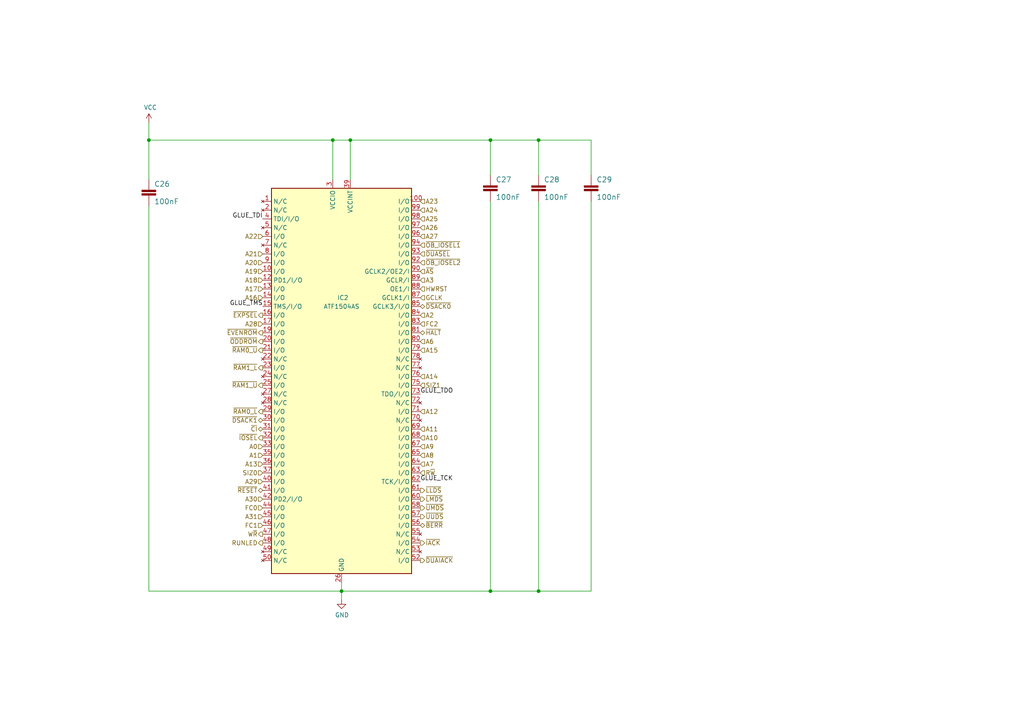
<source format=kicad_sch>
(kicad_sch (version 20230121) (generator eeschema)
  (paper "A4")
  (title_block (title "ROSCO_M68K MC68030 MINI EDITION") (date "2024-02-04") (rev "0") (company "The Really Old-School Company Limited") (comment 2 "See https://github.com/roscopeco/rosco_m68k/blob/master/LICENCE.hardware.txt") (comment 3 "Open Source Hardware licenced under CERN Open Hardware Licence") (comment 4 "Copyright 2024 Ross Bamford and Contributors"))
  (lib_symbols
    (symbol "CPLD_Microchip:ATF1504AS-TQFP100"
      (property "Reference" "U" (at 0 0 0))
      (symbol "ATF1504AS-TQFP100_0_1"
        (rectangle (start -20.32 55.88) (end 20.32 -55.88) (stroke (width 0.254)) (fill (type background)))
      )
      (symbol "ATF1504AS-TQFP100_1_1"
        (pin no_connect line (at -22.86 52.07 0) (length 2.54) (name "N/C") (number "1"))
        (pin bidirectional line (at -22.86 31.75 0) (length 2.54) (name "I/O") (number "10"))
        (pin bidirectional line (at 22.86 52.07 180) (length 2.54) (name "I/O") (number "100"))
        (pin passive line (at 0 -58.42 90) (length 2.54) hide (name "GND") (number "11"))
        (pin bidirectional line (at -22.86 29.21 0) (length 2.54) (name "PD1/I/O") (number "12"))
        (pin bidirectional line (at -22.86 26.67 0) (length 2.54) (name "I/O") (number "13"))
        (pin bidirectional line (at -22.86 24.13 0) (length 2.54) (name "I/O") (number "14"))
        (pin bidirectional line (at -22.86 21.59 0) (length 2.54) (name "TMS/I/O") (number "15"))
        (pin bidirectional line (at -22.86 19.05 0) (length 2.54) (name "I/O") (number "16"))
        (pin bidirectional line (at -22.86 16.51 0) (length 2.54) (name "I/O") (number "17"))
        (pin passive line (at -2.54 58.42 270) (length 2.54) hide (name "VCCIO") (number "18"))
        (pin bidirectional line (at -22.86 13.97 0) (length 2.54) (name "I/O") (number "19"))
        (pin no_connect line (at -22.86 49.53 0) (length 2.54) (name "N/C") (number "2"))
        (pin bidirectional line (at -22.86 11.43 0) (length 2.54) (name "I/O") (number "20"))
        (pin bidirectional line (at -22.86 8.89 0) (length 2.54) (name "I/O") (number "21"))
        (pin no_connect line (at -22.86 6.35 0) (length 2.54) (name "N/C") (number "22"))
        (pin bidirectional line (at -22.86 3.81 0) (length 2.54) (name "I/O") (number "23"))
        (pin no_connect line (at -22.86 1.27 0) (length 2.54) (name "N/C") (number "24"))
        (pin bidirectional line (at -22.86 -1.27 0) (length 2.54) (name "I/O") (number "25"))
        (pin power_in line (at 0 -58.42 90) (length 2.54) (name "GND") (number "26"))
        (pin no_connect line (at -22.86 -3.81 0) (length 2.54) (name "N/C") (number "27"))
        (pin no_connect line (at -22.86 -6.35 0) (length 2.54) (name "N/C") (number "28"))
        (pin bidirectional line (at -22.86 -8.89 0) (length 2.54) (name "I/O") (number "29"))
        (pin power_in line (at -2.54 58.42 270) (length 2.54) (name "VCCIO") (number "3"))
        (pin bidirectional line (at -22.86 -11.43 0) (length 2.54) (name "I/O") (number "30"))
        (pin bidirectional line (at -22.86 -13.97 0) (length 2.54) (name "I/O") (number "31"))
        (pin bidirectional line (at -22.86 -16.51 0) (length 2.54) (name "I/O") (number "32"))
        (pin bidirectional line (at -22.86 -19.05 0) (length 2.54) (name "I/O") (number "33"))
        (pin passive line (at -2.54 58.42 270) (length 2.54) hide (name "VCCIO") (number "34"))
        (pin bidirectional line (at -22.86 -21.59 0) (length 2.54) (name "I/O") (number "35"))
        (pin bidirectional line (at -22.86 -24.13 0) (length 2.54) (name "I/O") (number "36"))
        (pin bidirectional line (at -22.86 -26.67 0) (length 2.54) (name "I/O") (number "37"))
        (pin passive line (at 0 -58.42 90) (length 2.54) hide (name "GND") (number "38"))
        (pin power_in line (at 2.54 58.42 270) (length 2.54) (name "VCCINT") (number "39"))
        (pin bidirectional line (at -22.86 46.99 0) (length 2.54) (name "TDI/I/O") (number "4"))
        (pin bidirectional line (at -22.86 -29.21 0) (length 2.54) (name "I/O") (number "40"))
        (pin bidirectional line (at -22.86 -31.75 0) (length 2.54) (name "I/O") (number "41"))
        (pin bidirectional line (at -22.86 -34.29 0) (length 2.54) (name "PD2/I/O") (number "42"))
        (pin passive line (at 0 -58.42 90) (length 2.54) hide (name "GND") (number "43"))
        (pin bidirectional line (at -22.86 -36.83 0) (length 2.54) (name "I/O") (number "44"))
        (pin bidirectional line (at -22.86 -39.37 0) (length 2.54) (name "I/O") (number "45"))
        (pin bidirectional line (at -22.86 -41.91 0) (length 2.54) (name "I/O") (number "46"))
        (pin bidirectional line (at -22.86 -44.45 0) (length 2.54) (name "I/O") (number "47"))
        (pin bidirectional line (at -22.86 -46.99 0) (length 2.54) (name "I/O") (number "48"))
        (pin no_connect line (at -22.86 -49.53 0) (length 2.54) (name "N/C") (number "49"))
        (pin no_connect line (at -22.86 44.45 0) (length 2.54) (name "N/C") (number "5"))
        (pin no_connect line (at -22.86 -52.07 0) (length 2.54) (name "N/C") (number "50"))
        (pin passive line (at -2.54 58.42 270) (length 2.54) hide (name "VCCIO") (number "51"))
        (pin bidirectional line (at 22.86 -52.07 180) (length 2.54) (name "I/O") (number "52"))
        (pin no_connect line (at 22.86 -49.53 180) (length 2.54) (name "N/C") (number "53"))
        (pin bidirectional line (at 22.86 -46.99 180) (length 2.54) (name "I/O") (number "54"))
        (pin no_connect line (at 22.86 -44.45 180) (length 2.54) (name "N/C") (number "55"))
        (pin bidirectional line (at 22.86 -41.91 180) (length 2.54) (name "I/O") (number "56"))
        (pin bidirectional line (at 22.86 -39.37 180) (length 2.54) (name "I/O") (number "57"))
        (pin bidirectional line (at 22.86 -36.83 180) (length 2.54) (name "I/O") (number "58"))
        (pin passive line (at 0 -58.42 90) (length 2.54) hide (name "GND") (number "59"))
        (pin bidirectional line (at -22.86 41.91 0) (length 2.54) (name "I/O") (number "6"))
        (pin bidirectional line (at 22.86 -34.29 180) (length 2.54) (name "I/O") (number "60"))
        (pin bidirectional line (at 22.86 -31.75 180) (length 2.54) (name "I/O") (number "61"))
        (pin bidirectional line (at 22.86 -29.21 180) (length 2.54) (name "TCK/I/O") (number "62"))
        (pin bidirectional line (at 22.86 -26.67 180) (length 2.54) (name "I/O") (number "63"))
        (pin bidirectional line (at 22.86 -24.13 180) (length 2.54) (name "I/O") (number "64"))
        (pin bidirectional line (at 22.86 -21.59 180) (length 2.54) (name "I/O") (number "65"))
        (pin passive line (at -2.54 58.42 270) (length 2.54) hide (name "VCCIO") (number "66"))
        (pin bidirectional line (at 22.86 -19.05 180) (length 2.54) (name "I/O") (number "67"))
        (pin bidirectional line (at 22.86 -16.51 180) (length 2.54) (name "I/O") (number "68"))
        (pin bidirectional line (at 22.86 -13.97 180) (length 2.54) (name "I/O") (number "69"))
        (pin no_connect line (at -22.86 39.37 0) (length 2.54) (name "N/C") (number "7"))
        (pin no_connect line (at 22.86 -11.43 180) (length 2.54) (name "N/C") (number "70"))
        (pin bidirectional line (at 22.86 -8.89 180) (length 2.54) (name "I/O") (number "71"))
        (pin no_connect line (at 22.86 -6.35 180) (length 2.54) (name "N/C") (number "72"))
        (pin bidirectional line (at 22.86 -3.81 180) (length 2.54) (name "TDO/I/O") (number "73"))
        (pin passive line (at 0 -58.42 90) (length 2.54) hide (name "GND") (number "74"))
        (pin bidirectional line (at 22.86 -1.27 180) (length 2.54) (name "I/O") (number "75"))
        (pin bidirectional line (at 22.86 1.27 180) (length 2.54) (name "I/O") (number "76"))
        (pin no_connect line (at 22.86 3.81 180) (length 2.54) (name "N/C") (number "77"))
        (pin no_connect line (at 22.86 6.35 180) (length 2.54) (name "N/C") (number "78"))
        (pin bidirectional line (at 22.86 8.89 180) (length 2.54) (name "I/O") (number "79"))
        (pin bidirectional line (at -22.86 36.83 0) (length 2.54) (name "I/O") (number "8"))
        (pin bidirectional line (at 22.86 11.43 180) (length 2.54) (name "I/O") (number "80"))
        (pin bidirectional line (at 22.86 13.97 180) (length 2.54) (name "I/O") (number "81"))
        (pin passive line (at -2.54 58.42 270) (length 2.54) hide (name "VCCIO") (number "82"))
        (pin bidirectional line (at 22.86 16.51 180) (length 2.54) (name "I/O") (number "83"))
        (pin bidirectional line (at 22.86 19.05 180) (length 2.54) (name "I/O") (number "84"))
        (pin bidirectional line (at 22.86 21.59 180) (length 2.54) (name "GCLK3/I/O") (number "85"))
        (pin passive line (at 0 -58.42 90) (length 2.54) hide (name "GND") (number "86"))
        (pin input line (at 22.86 24.13 180) (length 2.54) (name "GCLK1/I") (number "87"))
        (pin input line (at 22.86 26.67 180) (length 2.54) (name "OE1/I") (number "88"))
        (pin input line (at 22.86 29.21 180) (length 2.54) (name "GCLR/I") (number "89"))
        (pin bidirectional line (at -22.86 34.29 0) (length 2.54) (name "I/O") (number "9"))
        (pin input line (at 22.86 31.75 180) (length 2.54) (name "GCLK2/OE2/I") (number "90"))
        (pin passive line (at 2.54 58.42 270) (length 2.54) hide (name "VCCINT") (number "91"))
        (pin bidirectional line (at 22.86 34.29 180) (length 2.54) (name "I/O") (number "92"))
        (pin bidirectional line (at 22.86 36.83 180) (length 2.54) (name "I/O") (number "93"))
        (pin bidirectional line (at 22.86 39.37 180) (length 2.54) (name "I/O") (number "94"))
        (pin passive line (at 0 -58.42 90) (length 2.54) hide (name "GND") (number "95"))
        (pin bidirectional line (at 22.86 41.91 180) (length 2.54) (name "I/O") (number "96"))
        (pin bidirectional line (at 22.86 44.45 180) (length 2.54) (name "I/O") (number "97"))
        (pin bidirectional line (at 22.86 46.99 180) (length 2.54) (name "I/O") (number "98"))
        (pin bidirectional line (at 22.86 49.53 180) (length 2.54) (name "I/O") (number "99"))
      )
    )
    (symbol "power:GND" (power) (pin_names (offset 0))
      (property "Value" "GND" (at 0 -3.81 0))
      (symbol "GND_0_1"
        (polyline (pts (xy 0 0) (xy 0 -1.27) (xy 1.27 -1.27) (xy 0 -2.54) (xy -1.27 -1.27) (xy 0 -1.27)))
      )
      (symbol "GND_1_1"
        (pin power_in line (at 0 0 270) (length 0) hide (name "GND") (number "1"))
      )
    )
    (symbol "power:VCC" (power) (pin_names (offset 0))
      (property "Value" "VCC" (at 0 3.81 0))
      (symbol "VCC_0_1"
        (polyline (pts (xy -0.762 1.27) (xy 0 2.54)))
        (polyline (pts (xy 0 0) (xy 0 2.54)))
        (polyline (pts (xy 0 2.54) (xy 0.762 1.27)))
      )
      (symbol "VCC_1_1"
        (pin power_in line (at 0 0 90) (length 0) hide (name "VCC") (number "1"))
      )
    )
    (symbol "rosco_m68k-eagle-import:C2,5-3" (pin_names (offset 1.016))
      (property "Reference" "C" (at 1.524 0.381 0))
      (property "Value" "C2,5-3" (at 1.524 -4.699 0))
      (symbol "C2,5-3_1_0"
        (rectangle (start -2.032 -2.032) (end 2.032 -1.524) (fill (type outline)))
        (rectangle (start -2.032 -1.016) (end 2.032 -0.508) (fill (type outline)))
        (polyline (pts (xy 0 -2.54) (xy 0 -2.032)))
        (polyline (pts (xy 0 0) (xy 0 -0.508)))
        (pin passive line (at 0 2.54 270) (length 2.54) (name "1") (number "1"))
        (pin passive line (at 0 -5.08 90) (length 2.54) (name "2") (number "2"))
      )
    )
  )
  (junction (at 101.6 40.64))
  (junction (at 156.21 40.64))
  (junction (at 99.06 171.45))
  (junction (at 96.52 40.64))
  (junction (at 43.18 40.64))
  (junction (at 142.24 171.45))
  (junction (at 156.21 171.45))
  (junction (at 142.24 40.64))
  (wire (pts (xy 156.21 58.42) (xy 156.21 171.45)))
  (wire (pts (xy 142.24 40.64) (xy 156.21 40.64)))
  (wire (pts (xy 142.24 58.42) (xy 142.24 171.45)))
  (wire (pts (xy 99.06 171.45) (xy 142.24 171.45)))
  (wire (pts (xy 101.6 40.64) (xy 101.6 52.07)))
  (wire (pts (xy 43.18 40.64) (xy 96.52 40.64)))
  (wire (pts (xy 156.21 171.45) (xy 171.45 171.45)))
  (wire (pts (xy 142.24 171.45) (xy 156.21 171.45)))
  (wire (pts (xy 99.06 168.91) (xy 99.06 171.45)))
  (wire (pts (xy 171.45 40.64) (xy 171.45 50.8)))
  (wire (pts (xy 171.45 58.42) (xy 171.45 171.45)))
  (wire (pts (xy 156.21 40.64) (xy 171.45 40.64)))
  (wire (pts (xy 142.24 40.64) (xy 142.24 50.8)))
  (wire (pts (xy 43.18 171.45) (xy 99.06 171.45)))
  (wire (pts (xy 43.18 59.69) (xy 43.18 171.45)))
  (wire (pts (xy 96.52 40.64) (xy 101.6 40.64)))
  (wire (pts (xy 96.52 40.64) (xy 96.52 52.07)))
  (wire (pts (xy 99.06 171.45) (xy 99.06 173.99)))
  (wire (pts (xy 43.18 52.07) (xy 43.18 40.64)))
  (wire (pts (xy 43.18 35.56) (xy 43.18 40.64)))
  (wire (pts (xy 156.21 40.64) (xy 156.21 50.8)))
  (wire (pts (xy 101.6 40.64) (xy 142.24 40.64)))
  (label "GLUE_TMS" (at 76.2 88.9 180))
  (label "GLUE_TDI" (at 76.2 63.5 180))
  (label "GLUE_TCK" (at 121.92 139.7 0))
  (label "GLUE_TDO" (at 121.92 114.3 0))
  (hierarchical_label "~{HALT}" (shape tri_state) (at 121.92 96.52 0))
  (hierarchical_label "A16" (shape input) (at 76.2 86.36 180))
  (hierarchical_label "~{BERR}" (shape tri_state) (at 121.92 152.4 0))
  (hierarchical_label "A14" (shape input) (at 121.92 109.22 0))
  (hierarchical_label "A6" (shape input) (at 121.92 99.06 0))
  (hierarchical_label "~{OB_IOSEL1}" (shape input) (at 121.92 71.12 0))
  (hierarchical_label "A25" (shape input) (at 121.92 63.5 0))
  (hierarchical_label "A30" (shape input) (at 76.2 144.78 180))
  (hierarchical_label "~{RAM1_U}" (shape output) (at 76.2 111.76 180))
  (hierarchical_label "A24" (shape input) (at 121.92 60.96 0))
  (hierarchical_label "~{DUAIACK}" (shape output) (at 121.92 162.56 0))
  (hierarchical_label "~{DSACK1}" (shape tri_state) (at 76.2 121.92 180))
  (hierarchical_label "~{EXPSEL}" (shape output) (at 76.2 91.44 180))
  (hierarchical_label "A26" (shape input) (at 121.92 66.04 0))
  (hierarchical_label "A21" (shape input) (at 76.2 73.66 180))
  (hierarchical_label "A11" (shape input) (at 121.92 124.46 0))
  (hierarchical_label "FC0" (shape input) (at 76.2 147.32 180))
  (hierarchical_label "A2" (shape input) (at 121.92 91.44 0))
  (hierarchical_label "HWRST" (shape input) (at 121.92 83.82 0))
  (hierarchical_label "RUNLED" (shape output) (at 76.2 157.48 180))
  (hierarchical_label "~{AS}" (shape input) (at 121.92 78.74 0))
  (hierarchical_label "A1" (shape input) (at 76.2 132.08 180))
  (hierarchical_label "A0" (shape input) (at 76.2 129.54 180))
  (hierarchical_label "~{RAM1_L}" (shape output) (at 76.2 106.68 180))
  (hierarchical_label "SIZ1" (shape input) (at 121.92 111.76 0))
  (hierarchical_label "~{UUDS}" (shape output) (at 121.92 149.86 0))
  (hierarchical_label "A9" (shape input) (at 121.92 129.54 0))
  (hierarchical_label "A13" (shape input) (at 76.2 134.62 180))
  (hierarchical_label "~{DSACK0}" (shape tri_state) (at 121.92 88.9 0))
  (hierarchical_label "A22" (shape input) (at 76.2 68.58 180))
  (hierarchical_label "~{LLDS}" (shape output) (at 121.92 142.24 0))
  (hierarchical_label "FC2" (shape input) (at 121.92 93.98 0))
  (hierarchical_label "W~{R}" (shape output) (at 76.2 154.94 180))
  (hierarchical_label "R~{W}" (shape input) (at 121.92 137.16 0))
  (hierarchical_label "A17" (shape input) (at 76.2 83.82 180))
  (hierarchical_label "A28" (shape input) (at 76.2 93.98 180))
  (hierarchical_label "A12" (shape input) (at 121.92 119.38 0))
  (hierarchical_label "A20" (shape input) (at 76.2 76.2 180))
  (hierarchical_label "A19" (shape input) (at 76.2 78.74 180))
  (hierarchical_label "A27" (shape input) (at 121.92 68.58 0))
  (hierarchical_label "~{EVENROM}" (shape output) (at 76.2 96.52 180))
  (hierarchical_label "~{OB_IOSEL2}" (shape input) (at 121.92 76.2 0))
  (hierarchical_label "A31" (shape input) (at 76.2 149.86 180))
  (hierarchical_label "~{IACK}" (shape output) (at 121.92 157.48 0))
  (hierarchical_label "A18" (shape input) (at 76.2 81.28 180))
  (hierarchical_label "~{RAM0_L}" (shape output) (at 76.2 119.38 180))
  (hierarchical_label "~{RAM0_U}" (shape output) (at 76.2 101.6 180))
  (hierarchical_label "SIZ0" (shape input) (at 76.2 137.16 180))
  (hierarchical_label "A15" (shape input) (at 121.92 101.6 0))
  (hierarchical_label "~{ODDROM}" (shape output) (at 76.2 99.06 180))
  (hierarchical_label "~{CI}" (shape tri_state) (at 76.2 124.46 180))
  (hierarchical_label "~{UMDS}" (shape output) (at 121.92 147.32 0))
  (hierarchical_label "~{LMDS}" (shape output) (at 121.92 144.78 0))
  (hierarchical_label "A23" (shape input) (at 121.92 58.42 0))
  (hierarchical_label "~{IOSEL}" (shape output) (at 76.2 127 180))
  (hierarchical_label "A7" (shape input) (at 121.92 134.62 0))
  (hierarchical_label "GCLK" (shape input) (at 121.92 86.36 0))
  (hierarchical_label "~{DUASEL}" (shape input) (at 121.92 73.66 0))
  (hierarchical_label "A8" (shape input) (at 121.92 132.08 0))
  (hierarchical_label "FC1" (shape input) (at 76.2 152.4 180))
  (hierarchical_label "A29" (shape input) (at 76.2 139.7 180))
  (hierarchical_label "A3" (shape input) (at 121.92 81.28 0))
  (hierarchical_label "~{RESET}" (shape tri_state) (at 76.2 142.24 180))
  (hierarchical_label "A10" (shape input) (at 121.92 127 0))
  (symbol (lib_id "rosco_m68k-eagle-import:C2,5-3") (at 43.18 54.61 0) (unit 1)
    (property "Reference" "C26" (at 44.704 54.229 0) (effects (font (size 1.4986 1.4986)) (justify left bottom)))
    (property "Value" "100nF" (at 44.704 59.309 0) (effects (font (size 1.4986 1.4986)) (justify left bottom)))
    (property "Footprint" "rosco_m68k:C2.5-3" (effects hide))
  )
  (symbol (lib_id "power:VCC") (at 43.18 35.56 0) (unit 1)
    (property "Reference" "#PWR044" (effects hide))
    (property "Value" "VCC" (at 43.6118 31.1658 0))
  )
  (symbol (lib_id "power:GND") (at 99.06 173.99 0) (unit 1)
    (property "Reference" "#PWR045" (effects hide))
    (property "Value" "GND" (at 99.187 178.3842 0))
  )
  (symbol (lib_id "rosco_m68k-eagle-import:C2,5-3") (at 156.21 53.34 0) (unit 1)
    (property "Reference" "C28" (at 157.734 52.959 0) (effects (font (size 1.4986 1.4986)) (justify left bottom)))
    (property "Value" "100nF" (at 157.734 58.039 0) (effects (font (size 1.4986 1.4986)) (justify left bottom)))
    (property "Footprint" "rosco_m68k:C2.5-3" (effects hide))
  )
  (symbol (lib_id "rosco_m68k-eagle-import:C2,5-3") (at 142.24 53.34 0) (unit 1)
    (property "Reference" "C27" (at 143.764 52.959 0) (effects (font (size 1.4986 1.4986)) (justify left bottom)))
    (property "Value" "100nF" (at 143.764 58.039 0) (effects (font (size 1.4986 1.4986)) (justify left bottom)))
    (property "Footprint" "rosco_m68k:C2.5-3" (effects hide))
  )
  (symbol (lib_id "rosco_m68k-eagle-import:C2,5-3") (at 171.45 53.34 0) (unit 1)
    (property "Reference" "C29" (at 172.974 52.959 0) (effects (font (size 1.4986 1.4986)) (justify left bottom)))
    (property "Value" "100nF" (at 172.974 58.039 0) (effects (font (size 1.4986 1.4986)) (justify left bottom)))
    (property "Footprint" "rosco_m68k:C2.5-3" (effects hide))
  )
  (symbol (lib_id "CPLD_Microchip:ATF1504AS-TQFP100") (at 99.06 110.49 0) (unit 1)
    (property "Reference" "IC2" (at 97.79 86.36 0) (effects (justify left)))
    (property "Value" "ATF1504AS" (at 99.06 88.9 0))
    (property "Footprint" "Package_QFP:TQFP-100_12x12mm_P0.4mm" (effects hide))
  )
)
</source>
